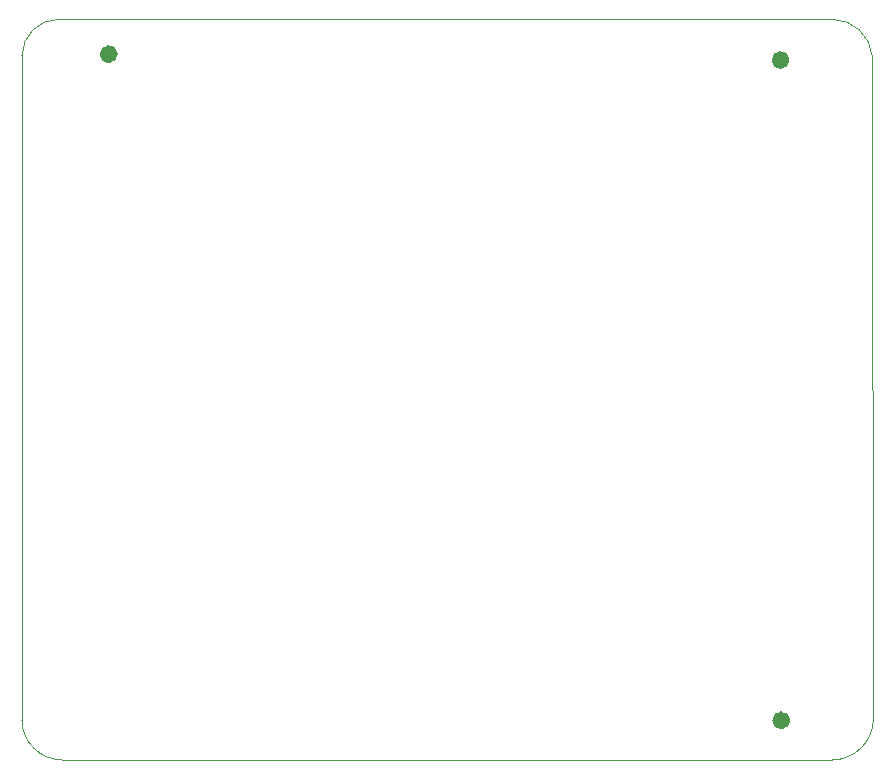
<source format=gbr>
%TF.GenerationSoftware,KiCad,Pcbnew,(6.0.5)*%
%TF.CreationDate,2022-05-23T22:17:39-04:00*%
%TF.ProjectId,HVAC_STM32_Motor_Controller,48564143-5f53-4544-9d33-325f4d6f746f,rev?*%
%TF.SameCoordinates,Original*%
%TF.FileFunction,Profile,NP*%
%FSLAX46Y46*%
G04 Gerber Fmt 4.6, Leading zero omitted, Abs format (unit mm)*
G04 Created by KiCad (PCBNEW (6.0.5)) date 2022-05-23 22:17:39*
%MOMM*%
%LPD*%
G01*
G04 APERTURE LIST*
%TA.AperFunction,Profile*%
%ADD10C,0.766500*%
%TD*%
%TA.AperFunction,Profile*%
%ADD11C,0.100000*%
%TD*%
G04 APERTURE END LIST*
D10*
X164383250Y-124050000D02*
G75*
G03*
X164383250Y-124050000I-383250J0D01*
G01*
D11*
X99700000Y-124000000D02*
G75*
G03*
X103100000Y-127400000I3400000J0D01*
G01*
X168300000Y-127400000D02*
G75*
G03*
X171800000Y-123900000I0J3500000D01*
G01*
D10*
X107433250Y-67650000D02*
G75*
G03*
X107433250Y-67650000I-383250J0D01*
G01*
D11*
X171699981Y-67850001D02*
G75*
G03*
X168300000Y-64700000I-3399981J-259899D01*
G01*
X102800000Y-64700000D02*
X168300000Y-64700000D01*
X171700000Y-67850000D02*
X171800000Y-123900000D01*
X103100000Y-127400000D02*
X168300000Y-127400000D01*
D10*
X164308250Y-68150000D02*
G75*
G03*
X164308250Y-68150000I-383250J0D01*
G01*
D11*
X99700000Y-67800000D02*
X99700000Y-124000000D01*
X102800000Y-64700000D02*
G75*
G03*
X99700000Y-67800000I0J-3100000D01*
G01*
M02*

</source>
